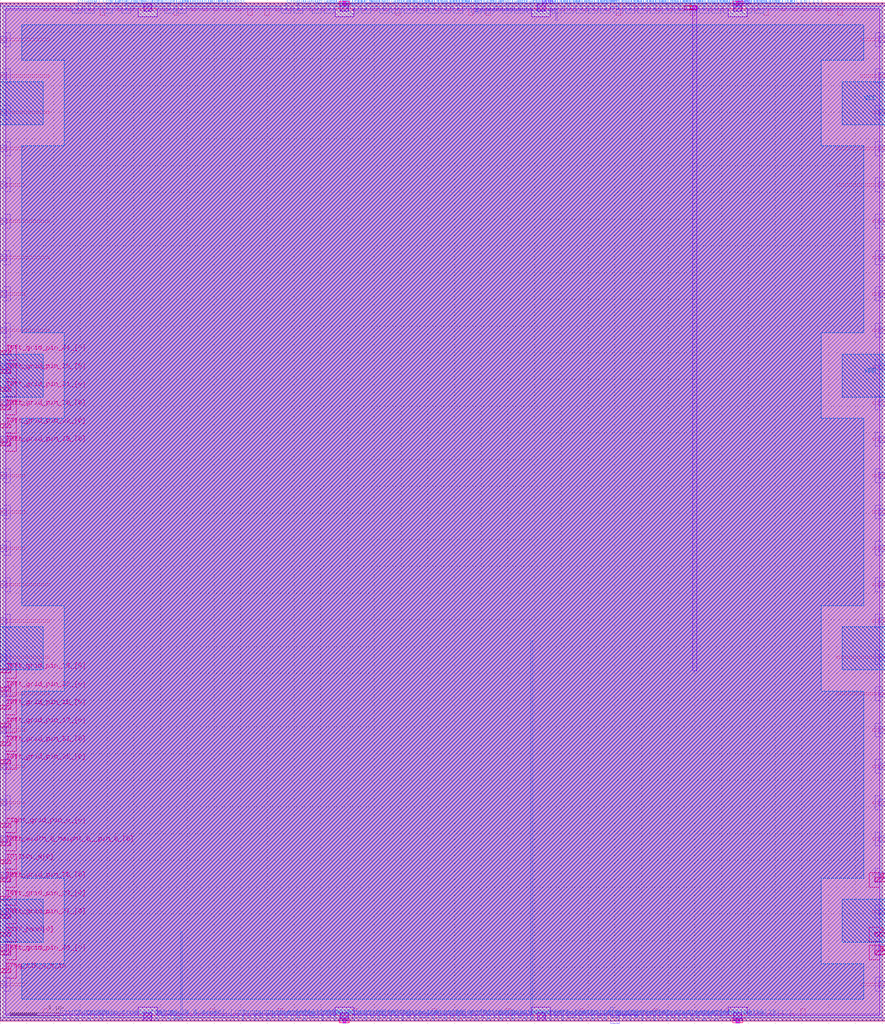
<source format=lef>
VERSION 5.7 ;
BUSBITCHARS "[]" ;

UNITS
  DATABASE MICRONS 1000 ;
END UNITS

MANUFACTURINGGRID 0.005 ;

LAYER li1
  TYPE ROUTING ;
  DIRECTION VERTICAL ;
  PITCH 0.46 ;
  WIDTH 0.17 ;
END li1

LAYER mcon
  TYPE CUT ;
END mcon

LAYER met1
  TYPE ROUTING ;
  DIRECTION HORIZONTAL ;
  PITCH 0.34 ;
  WIDTH 0.14 ;
END met1

LAYER via
  TYPE CUT ;
END via

LAYER met2
  TYPE ROUTING ;
  DIRECTION VERTICAL ;
  PITCH 0.46 ;
  WIDTH 0.14 ;
END met2

LAYER via2
  TYPE CUT ;
END via2

LAYER met3
  TYPE ROUTING ;
  DIRECTION HORIZONTAL ;
  PITCH 0.68 ;
  WIDTH 0.3 ;
END met3

LAYER via3
  TYPE CUT ;
END via3

LAYER met4
  TYPE ROUTING ;
  DIRECTION VERTICAL ;
  PITCH 0.92 ;
  WIDTH 0.3 ;
END met4

LAYER via4
  TYPE CUT ;
END via4

LAYER met5
  TYPE ROUTING ;
  DIRECTION HORIZONTAL ;
  PITCH 3.4 ;
  WIDTH 1.6 ;
END met5

LAYER nwell
  TYPE MASTERSLICE ;
END nwell

LAYER pwell
  TYPE MASTERSLICE ;
END pwell

LAYER OVERLAP
  TYPE OVERLAP ;
END OVERLAP

VIA L1M1_PR
  LAYER li1 ;
    RECT -0.085 -0.085 0.085 0.085 ;
  LAYER mcon ;
    RECT -0.085 -0.085 0.085 0.085 ;
  LAYER met1 ;
    RECT -0.145 -0.115 0.145 0.115 ;
END L1M1_PR

VIA L1M1_PR_R
  LAYER li1 ;
    RECT -0.085 -0.085 0.085 0.085 ;
  LAYER mcon ;
    RECT -0.085 -0.085 0.085 0.085 ;
  LAYER met1 ;
    RECT -0.115 -0.145 0.115 0.145 ;
END L1M1_PR_R

VIA L1M1_PR_M
  LAYER li1 ;
    RECT -0.085 -0.085 0.085 0.085 ;
  LAYER mcon ;
    RECT -0.085 -0.085 0.085 0.085 ;
  LAYER met1 ;
    RECT -0.115 -0.145 0.115 0.145 ;
END L1M1_PR_M

VIA L1M1_PR_MR
  LAYER li1 ;
    RECT -0.085 -0.085 0.085 0.085 ;
  LAYER mcon ;
    RECT -0.085 -0.085 0.085 0.085 ;
  LAYER met1 ;
    RECT -0.145 -0.115 0.145 0.115 ;
END L1M1_PR_MR

VIA L1M1_PR_C
  LAYER li1 ;
    RECT -0.085 -0.085 0.085 0.085 ;
  LAYER mcon ;
    RECT -0.085 -0.085 0.085 0.085 ;
  LAYER met1 ;
    RECT -0.145 -0.145 0.145 0.145 ;
END L1M1_PR_C

VIA M1M2_PR
  LAYER met1 ;
    RECT -0.16 -0.13 0.16 0.13 ;
  LAYER via ;
    RECT -0.075 -0.075 0.075 0.075 ;
  LAYER met2 ;
    RECT -0.13 -0.16 0.13 0.16 ;
END M1M2_PR

VIA M1M2_PR_Enc
  LAYER met1 ;
    RECT -0.16 -0.13 0.16 0.13 ;
  LAYER via ;
    RECT -0.075 -0.075 0.075 0.075 ;
  LAYER met2 ;
    RECT -0.16 -0.13 0.16 0.13 ;
END M1M2_PR_Enc

VIA M1M2_PR_R
  LAYER met1 ;
    RECT -0.13 -0.16 0.13 0.16 ;
  LAYER via ;
    RECT -0.075 -0.075 0.075 0.075 ;
  LAYER met2 ;
    RECT -0.16 -0.13 0.16 0.13 ;
END M1M2_PR_R

VIA M1M2_PR_R_Enc
  LAYER met1 ;
    RECT -0.13 -0.16 0.13 0.16 ;
  LAYER via ;
    RECT -0.075 -0.075 0.075 0.075 ;
  LAYER met2 ;
    RECT -0.13 -0.16 0.13 0.16 ;
END M1M2_PR_R_Enc

VIA M1M2_PR_M
  LAYER met1 ;
    RECT -0.16 -0.13 0.16 0.13 ;
  LAYER via ;
    RECT -0.075 -0.075 0.075 0.075 ;
  LAYER met2 ;
    RECT -0.16 -0.13 0.16 0.13 ;
END M1M2_PR_M

VIA M1M2_PR_M_Enc
  LAYER met1 ;
    RECT -0.16 -0.13 0.16 0.13 ;
  LAYER via ;
    RECT -0.075 -0.075 0.075 0.075 ;
  LAYER met2 ;
    RECT -0.13 -0.16 0.13 0.16 ;
END M1M2_PR_M_Enc

VIA M1M2_PR_MR
  LAYER met1 ;
    RECT -0.13 -0.16 0.13 0.16 ;
  LAYER via ;
    RECT -0.075 -0.075 0.075 0.075 ;
  LAYER met2 ;
    RECT -0.13 -0.16 0.13 0.16 ;
END M1M2_PR_MR

VIA M1M2_PR_MR_Enc
  LAYER met1 ;
    RECT -0.13 -0.16 0.13 0.16 ;
  LAYER via ;
    RECT -0.075 -0.075 0.075 0.075 ;
  LAYER met2 ;
    RECT -0.16 -0.13 0.16 0.13 ;
END M1M2_PR_MR_Enc

VIA M1M2_PR_C
  LAYER met1 ;
    RECT -0.16 -0.16 0.16 0.16 ;
  LAYER via ;
    RECT -0.075 -0.075 0.075 0.075 ;
  LAYER met2 ;
    RECT -0.16 -0.16 0.16 0.16 ;
END M1M2_PR_C

VIA M2M3_PR
  LAYER met2 ;
    RECT -0.14 -0.185 0.14 0.185 ;
  LAYER via2 ;
    RECT -0.1 -0.1 0.1 0.1 ;
  LAYER met3 ;
    RECT -0.165 -0.165 0.165 0.165 ;
END M2M3_PR

VIA M2M3_PR_R
  LAYER met2 ;
    RECT -0.185 -0.14 0.185 0.14 ;
  LAYER via2 ;
    RECT -0.1 -0.1 0.1 0.1 ;
  LAYER met3 ;
    RECT -0.165 -0.165 0.165 0.165 ;
END M2M3_PR_R

VIA M2M3_PR_M
  LAYER met2 ;
    RECT -0.14 -0.185 0.14 0.185 ;
  LAYER via2 ;
    RECT -0.1 -0.1 0.1 0.1 ;
  LAYER met3 ;
    RECT -0.165 -0.165 0.165 0.165 ;
END M2M3_PR_M

VIA M2M3_PR_MR
  LAYER met2 ;
    RECT -0.185 -0.14 0.185 0.14 ;
  LAYER via2 ;
    RECT -0.1 -0.1 0.1 0.1 ;
  LAYER met3 ;
    RECT -0.165 -0.165 0.165 0.165 ;
END M2M3_PR_MR

VIA M2M3_PR_C
  LAYER met2 ;
    RECT -0.185 -0.185 0.185 0.185 ;
  LAYER via2 ;
    RECT -0.1 -0.1 0.1 0.1 ;
  LAYER met3 ;
    RECT -0.165 -0.165 0.165 0.165 ;
END M2M3_PR_C

VIA M3M4_PR
  LAYER met3 ;
    RECT -0.19 -0.16 0.19 0.16 ;
  LAYER via3 ;
    RECT -0.1 -0.1 0.1 0.1 ;
  LAYER met4 ;
    RECT -0.165 -0.165 0.165 0.165 ;
END M3M4_PR

VIA M3M4_PR_R
  LAYER met3 ;
    RECT -0.16 -0.19 0.16 0.19 ;
  LAYER via3 ;
    RECT -0.1 -0.1 0.1 0.1 ;
  LAYER met4 ;
    RECT -0.165 -0.165 0.165 0.165 ;
END M3M4_PR_R

VIA M3M4_PR_M
  LAYER met3 ;
    RECT -0.19 -0.16 0.19 0.16 ;
  LAYER via3 ;
    RECT -0.1 -0.1 0.1 0.1 ;
  LAYER met4 ;
    RECT -0.165 -0.165 0.165 0.165 ;
END M3M4_PR_M

VIA M3M4_PR_MR
  LAYER met3 ;
    RECT -0.16 -0.19 0.16 0.19 ;
  LAYER via3 ;
    RECT -0.1 -0.1 0.1 0.1 ;
  LAYER met4 ;
    RECT -0.165 -0.165 0.165 0.165 ;
END M3M4_PR_MR

VIA M3M4_PR_C
  LAYER met3 ;
    RECT -0.19 -0.19 0.19 0.19 ;
  LAYER via3 ;
    RECT -0.1 -0.1 0.1 0.1 ;
  LAYER met4 ;
    RECT -0.165 -0.165 0.165 0.165 ;
END M3M4_PR_C

VIA M4M5_PR
  LAYER met4 ;
    RECT -0.59 -0.59 0.59 0.59 ;
  LAYER via4 ;
    RECT -0.4 -0.4 0.4 0.4 ;
  LAYER met5 ;
    RECT -0.71 -0.71 0.71 0.71 ;
END M4M5_PR

VIA M4M5_PR_R
  LAYER met4 ;
    RECT -0.59 -0.59 0.59 0.59 ;
  LAYER via4 ;
    RECT -0.4 -0.4 0.4 0.4 ;
  LAYER met5 ;
    RECT -0.71 -0.71 0.71 0.71 ;
END M4M5_PR_R

VIA M4M5_PR_M
  LAYER met4 ;
    RECT -0.59 -0.59 0.59 0.59 ;
  LAYER via4 ;
    RECT -0.4 -0.4 0.4 0.4 ;
  LAYER met5 ;
    RECT -0.71 -0.71 0.71 0.71 ;
END M4M5_PR_M

VIA M4M5_PR_MR
  LAYER met4 ;
    RECT -0.59 -0.59 0.59 0.59 ;
  LAYER via4 ;
    RECT -0.4 -0.4 0.4 0.4 ;
  LAYER met5 ;
    RECT -0.71 -0.71 0.71 0.71 ;
END M4M5_PR_MR

VIA M4M5_PR_C
  LAYER met4 ;
    RECT -0.59 -0.59 0.59 0.59 ;
  LAYER via4 ;
    RECT -0.4 -0.4 0.4 0.4 ;
  LAYER met5 ;
    RECT -0.71 -0.71 0.71 0.71 ;
END M4M5_PR_C

SITE unit
  CLASS CORE ;
  SYMMETRY Y ;
  SIZE 0.46 BY 2.72 ;
END unit

SITE unithddbl
  CLASS CORE ;
  SIZE 0.46 BY 5.44 ;
END unithddbl

MACRO cby_2__1_
  CLASS BLOCK ;
  ORIGIN 0 0 ;
  SIZE 66.24 BY 76.16 ;
  SYMMETRY X Y ;
  PIN chany_bottom_in[0]
    DIRECTION INPUT ;
    USE SIGNAL ;
    PORT
      LAYER met2 ;
        RECT 50.76 0 50.9 0.485 ;
    END
  END chany_bottom_in[0]
  PIN chany_bottom_in[1]
    DIRECTION INPUT ;
    USE SIGNAL ;
    PORT
      LAYER met2 ;
        RECT 18.1 0 18.24 0.485 ;
    END
  END chany_bottom_in[1]
  PIN chany_bottom_in[2]
    DIRECTION INPUT ;
    USE SIGNAL ;
    PORT
      LAYER met2 ;
        RECT 49.84 0 49.98 0.485 ;
    END
  END chany_bottom_in[2]
  PIN chany_bottom_in[3]
    DIRECTION INPUT ;
    USE SIGNAL ;
    PORT
      LAYER met2 ;
        RECT 51.68 0 51.82 0.485 ;
    END
  END chany_bottom_in[3]
  PIN chany_bottom_in[4]
    DIRECTION INPUT ;
    USE SIGNAL ;
    PORT
      LAYER met2 ;
        RECT 34.2 0 34.34 0.485 ;
    END
  END chany_bottom_in[4]
  PIN chany_bottom_in[5]
    DIRECTION INPUT ;
    USE SIGNAL ;
    PORT
      LAYER met2 ;
        RECT 20.86 0 21 0.485 ;
    END
  END chany_bottom_in[5]
  PIN chany_bottom_in[6]
    DIRECTION INPUT ;
    USE SIGNAL ;
    PORT
      LAYER met2 ;
        RECT 29.14 0 29.28 0.485 ;
    END
  END chany_bottom_in[6]
  PIN chany_bottom_in[7]
    DIRECTION INPUT ;
    USE SIGNAL ;
    PORT
      LAYER met2 ;
        RECT 52.6 0 52.74 0.485 ;
    END
  END chany_bottom_in[7]
  PIN chany_bottom_in[8]
    DIRECTION INPUT ;
    USE SIGNAL ;
    PORT
      LAYER met2 ;
        RECT 41.1 0 41.24 0.485 ;
    END
  END chany_bottom_in[8]
  PIN chany_bottom_in[9]
    DIRECTION INPUT ;
    USE SIGNAL ;
    PORT
      LAYER met2 ;
        RECT 30.06 0 30.2 0.485 ;
    END
  END chany_bottom_in[9]
  PIN chany_bottom_in[10]
    DIRECTION INPUT ;
    USE SIGNAL ;
    PORT
      LAYER met2 ;
        RECT 21.78 0 21.92 0.485 ;
    END
  END chany_bottom_in[10]
  PIN chany_bottom_in[11]
    DIRECTION INPUT ;
    USE SIGNAL ;
    PORT
      LAYER met2 ;
        RECT 35.58 0 35.72 0.485 ;
    END
  END chany_bottom_in[11]
  PIN chany_bottom_in[12]
    DIRECTION INPUT ;
    USE SIGNAL ;
    PORT
      LAYER met2 ;
        RECT 12.58 0 12.72 0.485 ;
    END
  END chany_bottom_in[12]
  PIN chany_bottom_in[13]
    DIRECTION INPUT ;
    USE SIGNAL ;
    PORT
      LAYER met2 ;
        RECT 53.52 0 53.66 0.485 ;
    END
  END chany_bottom_in[13]
  PIN chany_bottom_in[14]
    DIRECTION INPUT ;
    USE SIGNAL ;
    PORT
      LAYER met2 ;
        RECT 25 0 25.14 0.485 ;
    END
  END chany_bottom_in[14]
  PIN chany_bottom_in[15]
    DIRECTION INPUT ;
    USE SIGNAL ;
    PORT
      LAYER met2 ;
        RECT 24.08 0 24.22 0.485 ;
    END
  END chany_bottom_in[15]
  PIN chany_bottom_in[16]
    DIRECTION INPUT ;
    USE SIGNAL ;
    PORT
      LAYER met2 ;
        RECT 6.6 0 6.74 0.485 ;
    END
  END chany_bottom_in[16]
  PIN chany_bottom_in[17]
    DIRECTION INPUT ;
    USE SIGNAL ;
    PORT
      LAYER met2 ;
        RECT 46.16 0 46.3 0.485 ;
    END
  END chany_bottom_in[17]
  PIN chany_bottom_in[18]
    DIRECTION INPUT ;
    USE SIGNAL ;
    PORT
      LAYER met2 ;
        RECT 7.52 0 7.66 0.485 ;
    END
  END chany_bottom_in[18]
  PIN chany_bottom_in[19]
    DIRECTION INPUT ;
    USE SIGNAL ;
    PORT
      LAYER met2 ;
        RECT 45.24 0 45.38 0.485 ;
    END
  END chany_bottom_in[19]
  PIN chany_top_in[0]
    DIRECTION INPUT ;
    USE SIGNAL ;
    PORT
      LAYER met2 ;
        RECT 12.58 75.675 12.72 76.16 ;
    END
  END chany_top_in[0]
  PIN chany_top_in[1]
    DIRECTION INPUT ;
    USE SIGNAL ;
    PORT
      LAYER met2 ;
        RECT 48.92 75.675 49.06 76.16 ;
    END
  END chany_top_in[1]
  PIN chany_top_in[2]
    DIRECTION INPUT ;
    USE SIGNAL ;
    PORT
      LAYER met2 ;
        RECT 5.68 75.675 5.82 76.16 ;
    END
  END chany_top_in[2]
  PIN chany_top_in[3]
    DIRECTION INPUT ;
    USE SIGNAL ;
    PORT
      LAYER met2 ;
        RECT 36.5 75.675 36.64 76.16 ;
    END
  END chany_top_in[3]
  PIN chany_top_in[4]
    DIRECTION INPUT ;
    USE SIGNAL ;
    PORT
      LAYER met2 ;
        RECT 39.72 75.675 39.86 76.16 ;
    END
  END chany_top_in[4]
  PIN chany_top_in[5]
    DIRECTION INPUT ;
    USE SIGNAL ;
    PORT
      LAYER met2 ;
        RECT 23.62 75.675 23.76 76.16 ;
    END
  END chany_top_in[5]
  PIN chany_top_in[6]
    DIRECTION INPUT ;
    USE SIGNAL ;
    PORT
      LAYER met2 ;
        RECT 41.56 75.675 41.7 76.16 ;
    END
  END chany_top_in[6]
  PIN chany_top_in[7]
    DIRECTION INPUT ;
    USE SIGNAL ;
    PORT
      LAYER met2 ;
        RECT 42.48 75.675 42.62 76.16 ;
    END
  END chany_top_in[7]
  PIN chany_top_in[8]
    DIRECTION INPUT ;
    USE SIGNAL ;
    PORT
      LAYER met2 ;
        RECT 33.28 75.675 33.42 76.16 ;
    END
  END chany_top_in[8]
  PIN chany_top_in[9]
    DIRECTION INPUT ;
    USE SIGNAL ;
    PORT
      LAYER met2 ;
        RECT 24.54 75.675 24.68 76.16 ;
    END
  END chany_top_in[9]
  PIN chany_top_in[10]
    DIRECTION INPUT ;
    USE SIGNAL ;
    PORT
      LAYER met2 ;
        RECT 9.36 75.675 9.5 76.16 ;
    END
  END chany_top_in[10]
  PIN chany_top_in[11]
    DIRECTION INPUT ;
    USE SIGNAL ;
    PORT
      LAYER met2 ;
        RECT 35.58 75.675 35.72 76.16 ;
    END
  END chany_top_in[11]
  PIN chany_top_in[12]
    DIRECTION INPUT ;
    USE SIGNAL ;
    PORT
      LAYER met2 ;
        RECT 34.2 75.675 34.34 76.16 ;
    END
  END chany_top_in[12]
  PIN chany_top_in[13]
    DIRECTION INPUT ;
    USE SIGNAL ;
    PORT
      LAYER met2 ;
        RECT 56.74 75.675 56.88 76.16 ;
    END
  END chany_top_in[13]
  PIN chany_top_in[14]
    DIRECTION INPUT ;
    USE SIGNAL ;
    PORT
      LAYER met2 ;
        RECT 30.52 75.675 30.66 76.16 ;
    END
  END chany_top_in[14]
  PIN chany_top_in[15]
    DIRECTION INPUT ;
    USE SIGNAL ;
    PORT
      LAYER met2 ;
        RECT 32.36 75.675 32.5 76.16 ;
    END
  END chany_top_in[15]
  PIN chany_top_in[16]
    DIRECTION INPUT ;
    USE SIGNAL ;
    PORT
      LAYER met2 ;
        RECT 22.24 75.675 22.38 76.16 ;
    END
  END chany_top_in[16]
  PIN chany_top_in[17]
    DIRECTION INPUT ;
    USE SIGNAL ;
    PORT
      LAYER met2 ;
        RECT 47.08 75.675 47.22 76.16 ;
    END
  END chany_top_in[17]
  PIN chany_top_in[18]
    DIRECTION INPUT ;
    USE SIGNAL ;
    PORT
      LAYER met2 ;
        RECT 7.98 75.675 8.12 76.16 ;
    END
  END chany_top_in[18]
  PIN chany_top_in[19]
    DIRECTION INPUT ;
    USE SIGNAL ;
    PORT
      LAYER met2 ;
        RECT 46.16 75.675 46.3 76.16 ;
    END
  END chany_top_in[19]
  PIN ccff_head[0]
    DIRECTION INPUT ;
    USE SIGNAL ;
    PORT
      LAYER met3 ;
        RECT 0 6.31 0.8 6.61 ;
    END
  END ccff_head[0]
  PIN chany_bottom_out[0]
    DIRECTION OUTPUT ;
    USE SIGNAL ;
    PORT
      LAYER met2 ;
        RECT 30.98 0 31.12 0.485 ;
    END
  END chany_bottom_out[0]
  PIN chany_bottom_out[1]
    DIRECTION OUTPUT ;
    USE SIGNAL ;
    PORT
      LAYER met2 ;
        RECT 33.28 0 33.42 0.485 ;
    END
  END chany_bottom_out[1]
  PIN chany_bottom_out[2]
    DIRECTION OUTPUT ;
    USE SIGNAL ;
    PORT
      LAYER met2 ;
        RECT 39.26 0 39.4 0.485 ;
    END
  END chany_bottom_out[2]
  PIN chany_bottom_out[3]
    DIRECTION OUTPUT ;
    USE SIGNAL ;
    PORT
      LAYER met2 ;
        RECT 44.32 0 44.46 0.485 ;
    END
  END chany_bottom_out[3]
  PIN chany_bottom_out[4]
    DIRECTION OUTPUT ;
    USE SIGNAL ;
    PORT
      LAYER met2 ;
        RECT 37.42 0 37.56 0.485 ;
    END
  END chany_bottom_out[4]
  PIN chany_bottom_out[5]
    DIRECTION OUTPUT ;
    USE SIGNAL ;
    PORT
      LAYER met2 ;
        RECT 42.02 0 42.16 0.485 ;
    END
  END chany_bottom_out[5]
  PIN chany_bottom_out[6]
    DIRECTION OUTPUT ;
    USE SIGNAL ;
    PORT
      LAYER met2 ;
        RECT 26.38 0 26.52 0.485 ;
    END
  END chany_bottom_out[6]
  PIN chany_bottom_out[7]
    DIRECTION OUTPUT ;
    USE SIGNAL ;
    PORT
      LAYER met2 ;
        RECT 27.3 0 27.44 0.485 ;
    END
  END chany_bottom_out[7]
  PIN chany_bottom_out[8]
    DIRECTION OUTPUT ;
    USE SIGNAL ;
    PORT
      LAYER met2 ;
        RECT 19.94 0 20.08 0.485 ;
    END
  END chany_bottom_out[8]
  PIN chany_bottom_out[9]
    DIRECTION OUTPUT ;
    USE SIGNAL ;
    PORT
      LAYER met2 ;
        RECT 40.18 0 40.32 0.485 ;
    END
  END chany_bottom_out[9]
  PIN chany_bottom_out[10]
    DIRECTION OUTPUT ;
    USE SIGNAL ;
    PORT
      LAYER met2 ;
        RECT 38.34 0 38.48 0.485 ;
    END
  END chany_bottom_out[10]
  PIN chany_bottom_out[11]
    DIRECTION OUTPUT ;
    USE SIGNAL ;
    PORT
      LAYER met2 ;
        RECT 48.92 0 49.06 0.485 ;
    END
  END chany_bottom_out[11]
  PIN chany_bottom_out[12]
    DIRECTION OUTPUT ;
    USE SIGNAL ;
    PORT
      LAYER met2 ;
        RECT 36.5 0 36.64 0.485 ;
    END
  END chany_bottom_out[12]
  PIN chany_bottom_out[13]
    DIRECTION OUTPUT ;
    USE SIGNAL ;
    PORT
      LAYER met2 ;
        RECT 47.08 0 47.22 0.485 ;
    END
  END chany_bottom_out[13]
  PIN chany_bottom_out[14]
    DIRECTION OUTPUT ;
    USE SIGNAL ;
    PORT
      LAYER met2 ;
        RECT 28.22 0 28.36 0.485 ;
    END
  END chany_bottom_out[14]
  PIN chany_bottom_out[15]
    DIRECTION OUTPUT ;
    USE SIGNAL ;
    PORT
      LAYER met2 ;
        RECT 32.36 0 32.5 0.485 ;
    END
  END chany_bottom_out[15]
  PIN chany_bottom_out[16]
    DIRECTION OUTPUT ;
    USE SIGNAL ;
    PORT
      LAYER met2 ;
        RECT 22.7 0 22.84 0.485 ;
    END
  END chany_bottom_out[16]
  PIN chany_bottom_out[17]
    DIRECTION OUTPUT ;
    USE SIGNAL ;
    PORT
      LAYER met2 ;
        RECT 48 0 48.14 0.485 ;
    END
  END chany_bottom_out[17]
  PIN chany_bottom_out[18]
    DIRECTION OUTPUT ;
    USE SIGNAL ;
    PORT
      LAYER met2 ;
        RECT 19.02 0 19.16 0.485 ;
    END
  END chany_bottom_out[18]
  PIN chany_bottom_out[19]
    DIRECTION OUTPUT ;
    USE SIGNAL ;
    PORT
      LAYER met2 ;
        RECT 43.4 0 43.54 0.485 ;
    END
  END chany_bottom_out[19]
  PIN chany_top_out[0]
    DIRECTION OUTPUT ;
    USE SIGNAL ;
    PORT
      LAYER met2 ;
        RECT 44.32 75.675 44.46 76.16 ;
    END
  END chany_top_out[0]
  PIN chany_top_out[1]
    DIRECTION OUTPUT ;
    USE SIGNAL ;
    PORT
      LAYER met2 ;
        RECT 55.82 75.675 55.96 76.16 ;
    END
  END chany_top_out[1]
  PIN chany_top_out[2]
    DIRECTION OUTPUT ;
    USE SIGNAL ;
    PORT
      LAYER met2 ;
        RECT 31.44 75.675 31.58 76.16 ;
    END
  END chany_top_out[2]
  PIN chany_top_out[3]
    DIRECTION OUTPUT ;
    USE SIGNAL ;
    PORT
      LAYER met2 ;
        RECT 54.44 75.675 54.58 76.16 ;
    END
  END chany_top_out[3]
  PIN chany_top_out[4]
    DIRECTION OUTPUT ;
    USE SIGNAL ;
    PORT
      LAYER met2 ;
        RECT 38.8 75.675 38.94 76.16 ;
    END
  END chany_top_out[4]
  PIN chany_top_out[5]
    DIRECTION OUTPUT ;
    USE SIGNAL ;
    PORT
      LAYER met2 ;
        RECT 50.76 75.675 50.9 76.16 ;
    END
  END chany_top_out[5]
  PIN chany_top_out[6]
    DIRECTION OUTPUT ;
    USE SIGNAL ;
    PORT
      LAYER met2 ;
        RECT 29.6 75.675 29.74 76.16 ;
    END
  END chany_top_out[6]
  PIN chany_top_out[7]
    DIRECTION OUTPUT ;
    USE SIGNAL ;
    PORT
      LAYER met2 ;
        RECT 48 75.675 48.14 76.16 ;
    END
  END chany_top_out[7]
  PIN chany_top_out[8]
    DIRECTION OUTPUT ;
    USE SIGNAL ;
    PORT
      LAYER met2 ;
        RECT 37.88 75.675 38.02 76.16 ;
    END
  END chany_top_out[8]
  PIN chany_top_out[9]
    DIRECTION OUTPUT ;
    USE SIGNAL ;
    PORT
      LAYER met2 ;
        RECT 43.4 75.675 43.54 76.16 ;
    END
  END chany_top_out[9]
  PIN chany_top_out[10]
    DIRECTION OUTPUT ;
    USE SIGNAL ;
    PORT
      LAYER met2 ;
        RECT 26.38 75.675 26.52 76.16 ;
    END
  END chany_top_out[10]
  PIN chany_top_out[11]
    DIRECTION OUTPUT ;
    USE SIGNAL ;
    PORT
      LAYER met2 ;
        RECT 45.24 75.675 45.38 76.16 ;
    END
  END chany_top_out[11]
  PIN chany_top_out[12]
    DIRECTION OUTPUT ;
    USE SIGNAL ;
    PORT
      LAYER met2 ;
        RECT 49.84 75.675 49.98 76.16 ;
    END
  END chany_top_out[12]
  PIN chany_top_out[13]
    DIRECTION OUTPUT ;
    USE SIGNAL ;
    PORT
      LAYER met2 ;
        RECT 52.6 75.675 52.74 76.16 ;
    END
  END chany_top_out[13]
  PIN chany_top_out[14]
    DIRECTION OUTPUT ;
    USE SIGNAL ;
    PORT
      LAYER met2 ;
        RECT 28.68 75.675 28.82 76.16 ;
    END
  END chany_top_out[14]
  PIN chany_top_out[15]
    DIRECTION OUTPUT ;
    USE SIGNAL ;
    PORT
      LAYER met2 ;
        RECT 40.64 75.675 40.78 76.16 ;
    END
  END chany_top_out[15]
  PIN chany_top_out[16]
    DIRECTION OUTPUT ;
    USE SIGNAL ;
    PORT
      LAYER met2 ;
        RECT 21.32 75.675 21.46 76.16 ;
    END
  END chany_top_out[16]
  PIN chany_top_out[17]
    DIRECTION OUTPUT ;
    USE SIGNAL ;
    PORT
      LAYER met2 ;
        RECT 51.68 75.675 51.82 76.16 ;
    END
  END chany_top_out[17]
  PIN chany_top_out[18]
    DIRECTION OUTPUT ;
    USE SIGNAL ;
    PORT
      LAYER met2 ;
        RECT 27.3 75.675 27.44 76.16 ;
    END
  END chany_top_out[18]
  PIN chany_top_out[19]
    DIRECTION OUTPUT ;
    USE SIGNAL ;
    PORT
      LAYER met2 ;
        RECT 53.52 75.675 53.66 76.16 ;
    END
  END chany_top_out[19]
  PIN right_grid_pin_0_[0]
    DIRECTION OUTPUT ;
    USE SIGNAL ;
    PORT
      LAYER met3 ;
        RECT 0 14.47 0.8 14.77 ;
    END
  END right_grid_pin_0_[0]
  PIN left_grid_pin_16_[0]
    DIRECTION OUTPUT ;
    USE SIGNAL ;
    PORT
      LAYER met3 ;
        RECT 0 26.03 0.8 26.33 ;
    END
  END left_grid_pin_16_[0]
  PIN left_grid_pin_17_[0]
    DIRECTION OUTPUT ;
    USE SIGNAL ;
    PORT
      LAYER met3 ;
        RECT 0 21.95 0.8 22.25 ;
    END
  END left_grid_pin_17_[0]
  PIN left_grid_pin_18_[0]
    DIRECTION OUTPUT ;
    USE SIGNAL ;
    PORT
      LAYER met3 ;
        RECT 0 23.31 0.8 23.61 ;
    END
  END left_grid_pin_18_[0]
  PIN left_grid_pin_19_[0]
    DIRECTION OUTPUT ;
    USE SIGNAL ;
    PORT
      LAYER met3 ;
        RECT 0 43.03 0.8 43.33 ;
    END
  END left_grid_pin_19_[0]
  PIN left_grid_pin_20_[0]
    DIRECTION OUTPUT ;
    USE SIGNAL ;
    PORT
      LAYER met3 ;
        RECT 0 45.75 0.8 46.05 ;
    END
  END left_grid_pin_20_[0]
  PIN left_grid_pin_21_[0]
    DIRECTION OUTPUT ;
    USE SIGNAL ;
    PORT
      LAYER met3 ;
        RECT 0 47.11 0.8 47.41 ;
    END
  END left_grid_pin_21_[0]
  PIN left_grid_pin_22_[0]
    DIRECTION OUTPUT ;
    USE SIGNAL ;
    PORT
      LAYER met3 ;
        RECT 0 44.39 0.8 44.69 ;
    END
  END left_grid_pin_22_[0]
  PIN left_grid_pin_23_[0]
    DIRECTION OUTPUT ;
    USE SIGNAL ;
    PORT
      LAYER met3 ;
        RECT 0 24.67 0.8 24.97 ;
    END
  END left_grid_pin_23_[0]
  PIN left_grid_pin_24_[0]
    DIRECTION OUTPUT ;
    USE SIGNAL ;
    PORT
      LAYER met3 ;
        RECT 0 49.83 0.8 50.13 ;
    END
  END left_grid_pin_24_[0]
  PIN left_grid_pin_25_[0]
    DIRECTION OUTPUT ;
    USE SIGNAL ;
    PORT
      LAYER met3 ;
        RECT 0 19.23 0.8 19.53 ;
    END
  END left_grid_pin_25_[0]
  PIN left_grid_pin_26_[0]
    DIRECTION OUTPUT ;
    USE SIGNAL ;
    PORT
      LAYER met3 ;
        RECT 0 4.95 0.8 5.25 ;
    END
  END left_grid_pin_26_[0]
  PIN left_grid_pin_27_[0]
    DIRECTION OUTPUT ;
    USE SIGNAL ;
    PORT
      LAYER met3 ;
        RECT 0 7.67 0.8 7.97 ;
    END
  END left_grid_pin_27_[0]
  PIN left_grid_pin_28_[0]
    DIRECTION OUTPUT ;
    USE SIGNAL ;
    PORT
      LAYER met3 ;
        RECT 0 10.39 0.8 10.69 ;
    END
  END left_grid_pin_28_[0]
  PIN left_grid_pin_29_[0]
    DIRECTION OUTPUT ;
    USE SIGNAL ;
    PORT
      LAYER met3 ;
        RECT 0 9.03 0.8 9.33 ;
    END
  END left_grid_pin_29_[0]
  PIN left_grid_pin_30_[0]
    DIRECTION OUTPUT ;
    USE SIGNAL ;
    PORT
      LAYER met3 ;
        RECT 0 48.47 0.8 48.77 ;
    END
  END left_grid_pin_30_[0]
  PIN left_grid_pin_31_[0]
    DIRECTION OUTPUT ;
    USE SIGNAL ;
    PORT
      LAYER met3 ;
        RECT 0 20.59 0.8 20.89 ;
    END
  END left_grid_pin_31_[0]
  PIN ccff_tail[0]
    DIRECTION OUTPUT ;
    USE SIGNAL ;
    PORT
      LAYER met2 ;
        RECT 4.76 0 4.9 0.485 ;
    END
  END ccff_tail[0]
  PIN IO_ISOL_N[0]
    DIRECTION INPUT ;
    USE SIGNAL ;
    PORT
      LAYER met3 ;
        RECT 0 11.75 0.8 12.05 ;
    END
  END IO_ISOL_N[0]
  PIN gfpga_pad_EMBEDDED_IO_HD_SOC_IN[0]
    DIRECTION INPUT ;
    USE SIGNAL ;
    PORT
      LAYER met3 ;
        RECT 65.44 10.39 66.24 10.69 ;
    END
  END gfpga_pad_EMBEDDED_IO_HD_SOC_IN[0]
  PIN gfpga_pad_EMBEDDED_IO_HD_SOC_OUT[0]
    DIRECTION OUTPUT ;
    USE SIGNAL ;
    PORT
      LAYER met3 ;
        RECT 65.44 6.31 66.24 6.61 ;
    END
  END gfpga_pad_EMBEDDED_IO_HD_SOC_OUT[0]
  PIN gfpga_pad_EMBEDDED_IO_HD_SOC_DIR[0]
    DIRECTION OUTPUT ;
    USE SIGNAL ;
    PORT
      LAYER met3 ;
        RECT 65.44 4.95 66.24 5.25 ;
    END
  END gfpga_pad_EMBEDDED_IO_HD_SOC_DIR[0]
  PIN left_width_0_height_0__pin_0_[0]
    DIRECTION INPUT ;
    USE SIGNAL ;
    PORT
      LAYER met3 ;
        RECT 0 13.11 0.8 13.41 ;
    END
  END left_width_0_height_0__pin_0_[0]
  PIN left_width_0_height_0__pin_1_upper[0]
    DIRECTION OUTPUT ;
    USE SIGNAL ;
    PORT
      LAYER met2 ;
        RECT 6.6 75.675 6.74 76.16 ;
    END
  END left_width_0_height_0__pin_1_upper[0]
  PIN left_width_0_height_0__pin_1_lower[0]
    DIRECTION OUTPUT ;
    USE SIGNAL ;
    PORT
      LAYER met2 ;
        RECT 5.68 0 5.82 0.485 ;
    END
  END left_width_0_height_0__pin_1_lower[0]
  PIN prog_clk_0_W_in
    DIRECTION INPUT ;
    USE CLOCK ;
    PORT
      LAYER met3 ;
        RECT 0 3.59 0.8 3.89 ;
    END
  END prog_clk_0_W_in
  PIN prog_clk_0_S_out
    DIRECTION OUTPUT ;
    USE CLOCK ;
    PORT
      LAYER met2 ;
        RECT 11.66 0 11.8 0.485 ;
    END
  END prog_clk_0_S_out
  PIN prog_clk_0_N_out
    DIRECTION OUTPUT ;
    USE CLOCK ;
    PORT
      LAYER met2 ;
        RECT 13.5 75.675 13.64 76.16 ;
    END
  END prog_clk_0_N_out
  PIN VDD
    DIRECTION INPUT ;
    USE POWER ;
    PORT
      LAYER met1 ;
        RECT 0 2.48 0.48 2.96 ;
        RECT 65.76 2.48 66.24 2.96 ;
        RECT 0 7.92 0.48 8.4 ;
        RECT 65.76 7.92 66.24 8.4 ;
        RECT 0 13.36 0.48 13.84 ;
        RECT 65.76 13.36 66.24 13.84 ;
        RECT 0 18.8 0.48 19.28 ;
        RECT 65.76 18.8 66.24 19.28 ;
        RECT 0 24.24 0.48 24.72 ;
        RECT 65.76 24.24 66.24 24.72 ;
        RECT 0 29.68 0.48 30.16 ;
        RECT 65.76 29.68 66.24 30.16 ;
        RECT 0 35.12 0.48 35.6 ;
        RECT 65.76 35.12 66.24 35.6 ;
        RECT 0 40.56 0.48 41.04 ;
        RECT 65.76 40.56 66.24 41.04 ;
        RECT 0 46 0.48 46.48 ;
        RECT 65.76 46 66.24 46.48 ;
        RECT 0 51.44 0.48 51.92 ;
        RECT 65.76 51.44 66.24 51.92 ;
        RECT 0 56.88 0.48 57.36 ;
        RECT 65.76 56.88 66.24 57.36 ;
        RECT 0 62.32 0.48 62.8 ;
        RECT 65.76 62.32 66.24 62.8 ;
        RECT 0 67.76 0.48 68.24 ;
        RECT 65.76 67.76 66.24 68.24 ;
        RECT 0 73.2 0.48 73.68 ;
        RECT 65.76 73.2 66.24 73.68 ;
      LAYER met4 ;
        RECT 10.74 0 11.34 0.6 ;
        RECT 40.18 0 40.78 0.6 ;
        RECT 10.74 75.56 11.34 76.16 ;
        RECT 40.18 75.56 40.78 76.16 ;
      LAYER met5 ;
        RECT 0 5.88 3.2 9.08 ;
        RECT 63.04 5.88 66.24 9.08 ;
        RECT 0 46.68 3.2 49.88 ;
        RECT 63.04 46.68 66.24 49.88 ;
    END
  END VDD
  PIN VSS
    DIRECTION INPUT ;
    USE GROUND ;
    PORT
      LAYER met1 ;
        RECT 0 0 45.4 0.24 ;
        RECT 46.6 0 66.24 0.24 ;
        RECT 0 5.2 0.48 5.68 ;
        RECT 65.76 5.2 66.24 5.68 ;
        RECT 0 10.64 0.48 11.12 ;
        RECT 65.76 10.64 66.24 11.12 ;
        RECT 0 16.08 0.48 16.56 ;
        RECT 65.76 16.08 66.24 16.56 ;
        RECT 0 21.52 0.48 22 ;
        RECT 65.76 21.52 66.24 22 ;
        RECT 0 26.96 0.48 27.44 ;
        RECT 65.76 26.96 66.24 27.44 ;
        RECT 0 32.4 0.48 32.88 ;
        RECT 65.76 32.4 66.24 32.88 ;
        RECT 0 37.84 0.48 38.32 ;
        RECT 65.76 37.84 66.24 38.32 ;
        RECT 0 43.28 0.48 43.76 ;
        RECT 65.76 43.28 66.24 43.76 ;
        RECT 0 48.72 0.48 49.2 ;
        RECT 65.76 48.72 66.24 49.2 ;
        RECT 0 54.16 0.48 54.64 ;
        RECT 65.76 54.16 66.24 54.64 ;
        RECT 0 59.6 0.48 60.08 ;
        RECT 65.76 59.6 66.24 60.08 ;
        RECT 0 65.04 0.48 65.52 ;
        RECT 65.76 65.04 66.24 65.52 ;
        RECT 0 70.48 0.48 70.96 ;
        RECT 65.76 70.48 66.24 70.96 ;
        RECT 0 75.92 45.4 76.16 ;
        RECT 46.6 75.92 66.24 76.16 ;
      LAYER met4 ;
        RECT 25.46 0 26.06 0.6 ;
        RECT 54.9 0 55.5 0.6 ;
        RECT 25.46 75.56 26.06 76.16 ;
        RECT 54.9 75.56 55.5 76.16 ;
      LAYER met5 ;
        RECT 0 26.28 3.2 29.48 ;
        RECT 63.04 26.28 66.24 29.48 ;
        RECT 0 67.08 3.2 70.28 ;
        RECT 63.04 67.08 66.24 70.28 ;
    END
  END VSS
  OBS
    LAYER met2 ;
      RECT 55.06 75.975 55.34 76.345 ;
      RECT 25.62 75.975 25.9 76.345 ;
      POLYGON 39.86 28.46 39.86 0.24 39.9 0.24 39.9 0.1 39.72 0.1 39.72 28.46 ;
      POLYGON 13.64 6.7 13.64 0.1 13 0.1 13 0.24 13.5 0.24 13.5 6.7 ;
      RECT 45.64 0.69 45.9 1.01 ;
      RECT 47.48 0.35 47.74 0.67 ;
      RECT 55.06 -0.185 55.34 0.185 ;
      RECT 25.62 -0.185 25.9 0.185 ;
      POLYGON 65.96 75.88 65.96 0.28 53.94 0.28 53.94 0.765 53.24 0.765 53.24 0.28 53.02 0.28 53.02 0.765 52.32 0.765 52.32 0.28 52.1 0.28 52.1 0.765 51.4 0.765 51.4 0.28 51.18 0.28 51.18 0.765 50.48 0.765 50.48 0.28 50.26 0.28 50.26 0.765 49.56 0.765 49.56 0.28 49.34 0.28 49.34 0.765 48.64 0.765 48.64 0.28 48.42 0.28 48.42 0.765 47.72 0.765 47.72 0.28 47.5 0.28 47.5 0.765 46.8 0.765 46.8 0.28 46.58 0.28 46.58 0.765 45.88 0.765 45.88 0.28 45.66 0.28 45.66 0.765 44.96 0.765 44.96 0.28 44.74 0.28 44.74 0.765 44.04 0.765 44.04 0.28 43.82 0.28 43.82 0.765 43.12 0.765 43.12 0.28 42.44 0.28 42.44 0.765 41.74 0.765 41.74 0.28 41.52 0.28 41.52 0.765 40.82 0.765 40.82 0.28 40.6 0.28 40.6 0.765 39.9 0.765 39.9 0.28 39.68 0.28 39.68 0.765 38.98 0.765 38.98 0.28 38.76 0.28 38.76 0.765 38.06 0.765 38.06 0.28 37.84 0.28 37.84 0.765 37.14 0.765 37.14 0.28 36.92 0.28 36.92 0.765 36.22 0.765 36.22 0.28 36 0.28 36 0.765 35.3 0.765 35.3 0.28 34.62 0.28 34.62 0.765 33.92 0.765 33.92 0.28 33.7 0.28 33.7 0.765 33 0.765 33 0.28 32.78 0.28 32.78 0.765 32.08 0.765 32.08 0.28 31.4 0.28 31.4 0.765 30.7 0.765 30.7 0.28 30.48 0.28 30.48 0.765 29.78 0.765 29.78 0.28 29.56 0.28 29.56 0.765 28.86 0.765 28.86 0.28 28.64 0.28 28.64 0.765 27.94 0.765 27.94 0.28 27.72 0.28 27.72 0.765 27.02 0.765 27.02 0.28 26.8 0.28 26.8 0.765 26.1 0.765 26.1 0.28 25.42 0.28 25.42 0.765 24.72 0.765 24.72 0.28 24.5 0.28 24.5 0.765 23.8 0.765 23.8 0.28 23.12 0.28 23.12 0.765 22.42 0.765 22.42 0.28 22.2 0.28 22.2 0.765 21.5 0.765 21.5 0.28 21.28 0.28 21.28 0.765 20.58 0.765 20.58 0.28 20.36 0.28 20.36 0.765 19.66 0.765 19.66 0.28 19.44 0.28 19.44 0.765 18.74 0.765 18.74 0.28 18.52 0.28 18.52 0.765 17.82 0.765 17.82 0.28 13 0.28 13 0.765 12.3 0.765 12.3 0.28 12.08 0.28 12.08 0.765 11.38 0.765 11.38 0.28 7.94 0.28 7.94 0.765 7.24 0.765 7.24 0.28 7.02 0.28 7.02 0.765 6.32 0.765 6.32 0.28 6.1 0.28 6.1 0.765 5.4 0.765 5.4 0.28 5.18 0.28 5.18 0.765 4.48 0.765 4.48 0.28 0.28 0.28 0.28 75.88 5.4 75.88 5.4 75.395 6.1 75.395 6.1 75.88 6.32 75.88 6.32 75.395 7.02 75.395 7.02 75.88 7.7 75.88 7.7 75.395 8.4 75.395 8.4 75.88 9.08 75.88 9.08 75.395 9.78 75.395 9.78 75.88 12.3 75.88 12.3 75.395 13 75.395 13 75.88 13.22 75.88 13.22 75.395 13.92 75.395 13.92 75.88 21.04 75.88 21.04 75.395 21.74 75.395 21.74 75.88 21.96 75.88 21.96 75.395 22.66 75.395 22.66 75.88 23.34 75.88 23.34 75.395 24.04 75.395 24.04 75.88 24.26 75.88 24.26 75.395 24.96 75.395 24.96 75.88 26.1 75.88 26.1 75.395 26.8 75.395 26.8 75.88 27.02 75.88 27.02 75.395 27.72 75.395 27.72 75.88 28.4 75.88 28.4 75.395 29.1 75.395 29.1 75.88 29.32 75.88 29.32 75.395 30.02 75.395 30.02 75.88 30.24 75.88 30.24 75.395 30.94 75.395 30.94 75.88 31.16 75.88 31.16 75.395 31.86 75.395 31.86 75.88 32.08 75.88 32.08 75.395 32.78 75.395 32.78 75.88 33 75.88 33 75.395 33.7 75.395 33.7 75.88 33.92 75.88 33.92 75.395 34.62 75.395 34.62 75.88 35.3 75.88 35.3 75.395 36 75.395 36 75.88 36.22 75.88 36.22 75.395 36.92 75.395 36.92 75.88 37.6 75.88 37.6 75.395 38.3 75.395 38.3 75.88 38.52 75.88 38.52 75.395 39.22 75.395 39.22 75.88 39.44 75.88 39.44 75.395 40.14 75.395 40.14 75.88 40.36 75.88 40.36 75.395 41.06 75.395 41.06 75.88 41.28 75.88 41.28 75.395 41.98 75.395 41.98 75.88 42.2 75.88 42.2 75.395 42.9 75.395 42.9 75.88 43.12 75.88 43.12 75.395 43.82 75.395 43.82 75.88 44.04 75.88 44.04 75.395 44.74 75.395 44.74 75.88 44.96 75.88 44.96 75.395 45.66 75.395 45.66 75.88 45.88 75.88 45.88 75.395 46.58 75.395 46.58 75.88 46.8 75.88 46.8 75.395 47.5 75.395 47.5 75.88 47.72 75.88 47.72 75.395 48.42 75.395 48.42 75.88 48.64 75.88 48.64 75.395 49.34 75.395 49.34 75.88 49.56 75.88 49.56 75.395 50.26 75.395 50.26 75.88 50.48 75.88 50.48 75.395 51.18 75.395 51.18 75.88 51.4 75.88 51.4 75.395 52.1 75.395 52.1 75.88 52.32 75.88 52.32 75.395 53.02 75.395 53.02 75.88 53.24 75.88 53.24 75.395 53.94 75.395 53.94 75.88 54.16 75.88 54.16 75.395 54.86 75.395 54.86 75.88 55.54 75.88 55.54 75.395 56.24 75.395 56.24 75.88 56.46 75.88 56.46 75.395 57.16 75.395 57.16 75.88 ;
    LAYER met3 ;
      POLYGON 55.365 76.325 55.365 76.32 55.58 76.32 55.58 76 55.365 76 55.365 75.995 55.035 75.995 55.035 76 54.82 76 54.82 76.32 55.035 76.32 55.035 76.325 ;
      POLYGON 25.925 76.325 25.925 76.32 26.14 76.32 26.14 76 25.925 76 25.925 75.995 25.595 75.995 25.595 76 25.38 76 25.38 76.32 25.595 76.32 25.595 76.325 ;
      POLYGON 51.915 75.985 51.915 75.98 52.17 75.98 52.17 75.66 51.915 75.66 51.915 75.655 51.585 75.655 51.585 75.66 51.215 75.66 51.215 75.98 51.585 75.98 51.585 75.985 ;
      POLYGON 55.365 0.165 55.365 0.16 55.58 0.16 55.58 -0.16 55.365 -0.16 55.365 -0.165 55.035 -0.165 55.035 -0.16 54.82 -0.16 54.82 0.16 55.035 0.16 55.035 0.165 ;
      POLYGON 25.925 0.165 25.925 0.16 26.14 0.16 26.14 -0.16 25.925 -0.16 25.925 -0.165 25.595 -0.165 25.595 -0.16 25.38 -0.16 25.38 0.16 25.595 0.16 25.595 0.165 ;
      POLYGON 65.84 75.76 65.84 11.09 65.04 11.09 65.04 9.99 65.84 9.99 65.84 7.01 65.04 7.01 65.04 5.91 65.84 5.91 65.84 5.65 65.04 5.65 65.04 4.55 65.84 4.55 65.84 0.4 0.4 0.4 0.4 3.19 1.2 3.19 1.2 4.29 0.4 4.29 0.4 4.55 1.2 4.55 1.2 5.65 0.4 5.65 0.4 5.91 1.2 5.91 1.2 7.01 0.4 7.01 0.4 7.27 1.2 7.27 1.2 8.37 0.4 8.37 0.4 8.63 1.2 8.63 1.2 9.73 0.4 9.73 0.4 9.99 1.2 9.99 1.2 11.09 0.4 11.09 0.4 11.35 1.2 11.35 1.2 12.45 0.4 12.45 0.4 12.71 1.2 12.71 1.2 13.81 0.4 13.81 0.4 14.07 1.2 14.07 1.2 15.17 0.4 15.17 0.4 18.83 1.2 18.83 1.2 19.93 0.4 19.93 0.4 20.19 1.2 20.19 1.2 21.29 0.4 21.29 0.4 21.55 1.2 21.55 1.2 22.65 0.4 22.65 0.4 22.91 1.2 22.91 1.2 24.01 0.4 24.01 0.4 24.27 1.2 24.27 1.2 25.37 0.4 25.37 0.4 25.63 1.2 25.63 1.2 26.73 0.4 26.73 0.4 42.63 1.2 42.63 1.2 43.73 0.4 43.73 0.4 43.99 1.2 43.99 1.2 45.09 0.4 45.09 0.4 45.35 1.2 45.35 1.2 46.45 0.4 46.45 0.4 46.71 1.2 46.71 1.2 47.81 0.4 47.81 0.4 48.07 1.2 48.07 1.2 49.17 0.4 49.17 0.4 49.43 1.2 49.43 1.2 50.53 0.4 50.53 0.4 75.76 ;
    LAYER met5 ;
      POLYGON 64.64 74.56 64.64 71.88 61.44 71.88 61.44 65.48 64.64 65.48 64.64 51.48 61.44 51.48 61.44 45.08 64.64 45.08 64.64 31.08 61.44 31.08 61.44 24.68 64.64 24.68 64.64 10.68 61.44 10.68 61.44 4.28 64.64 4.28 64.64 1.6 1.6 1.6 1.6 4.28 4.8 4.28 4.8 10.68 1.6 10.68 1.6 24.68 4.8 24.68 4.8 31.08 1.6 31.08 1.6 45.08 4.8 45.08 4.8 51.48 1.6 51.48 1.6 65.48 4.8 65.48 4.8 71.88 1.6 71.88 1.6 74.56 ;
    LAYER met4 ;
      POLYGON 52.145 75.985 52.145 75.655 52.13 75.655 52.13 26.2 51.83 26.2 51.83 75.655 51.815 75.655 51.815 75.985 ;
      POLYGON 65.84 75.76 65.84 0.4 55.9 0.4 55.9 1 54.5 1 54.5 0.4 41.18 0.4 41.18 1 39.78 1 39.78 0.4 26.46 0.4 26.46 1 25.06 1 25.06 0.4 11.74 0.4 11.74 1 10.34 1 10.34 0.4 0.4 0.4 0.4 75.76 10.34 75.76 10.34 75.16 11.74 75.16 11.74 75.76 25.06 75.76 25.06 75.16 26.46 75.16 26.46 75.76 39.78 75.76 39.78 75.16 41.18 75.16 41.18 75.76 54.5 75.76 54.5 75.16 55.9 75.16 55.9 75.76 ;
    LAYER met1 ;
      RECT 45.68 75.92 46.32 76.4 ;
      POLYGON 35.81 75.78 35.81 75.72 41.7 75.72 41.7 74.9 41.56 74.9 41.56 75.58 35.81 75.58 35.81 75.52 35.49 75.52 35.49 75.78 ;
      POLYGON 47.77 0.64 47.77 0.38 47.45 0.38 47.45 0.44 46.39 0.44 46.39 0.38 46.07 0.38 46.07 0.64 46.39 0.64 46.39 0.58 47.45 0.58 47.45 0.64 ;
      RECT 45.68 -0.24 46.32 0.24 ;
      POLYGON 46.32 75.88 46.32 75.64 65.96 75.64 65.96 73.96 65.48 73.96 65.48 72.92 65.96 72.92 65.96 71.24 65.48 71.24 65.48 70.2 65.96 70.2 65.96 68.52 65.48 68.52 65.48 67.48 65.96 67.48 65.96 65.8 65.48 65.8 65.48 64.76 65.96 64.76 65.96 63.08 65.48 63.08 65.48 62.04 65.96 62.04 65.96 60.36 65.48 60.36 65.48 59.32 65.96 59.32 65.96 57.64 65.48 57.64 65.48 56.6 65.96 56.6 65.96 54.92 65.48 54.92 65.48 53.88 65.96 53.88 65.96 52.2 65.48 52.2 65.48 51.16 65.96 51.16 65.96 49.48 65.48 49.48 65.48 48.44 65.96 48.44 65.96 46.76 65.48 46.76 65.48 45.72 65.96 45.72 65.96 44.04 65.48 44.04 65.48 43 65.96 43 65.96 41.32 65.48 41.32 65.48 40.28 65.96 40.28 65.96 38.6 65.48 38.6 65.48 37.56 65.96 37.56 65.96 35.88 65.48 35.88 65.48 34.84 65.96 34.84 65.96 33.16 65.48 33.16 65.48 32.12 65.96 32.12 65.96 30.44 65.48 30.44 65.48 29.4 65.96 29.4 65.96 27.72 65.48 27.72 65.48 26.68 65.96 26.68 65.96 25 65.48 25 65.48 23.96 65.96 23.96 65.96 22.28 65.48 22.28 65.48 21.24 65.96 21.24 65.96 19.56 65.48 19.56 65.48 18.52 65.96 18.52 65.96 16.84 65.48 16.84 65.48 15.8 65.96 15.8 65.96 14.12 65.48 14.12 65.48 13.08 65.96 13.08 65.96 11.4 65.48 11.4 65.48 10.36 65.96 10.36 65.96 8.68 65.48 8.68 65.48 7.64 65.96 7.64 65.96 5.96 65.48 5.96 65.48 4.92 65.96 4.92 65.96 3.24 65.48 3.24 65.48 2.2 65.96 2.2 65.96 0.52 46.32 0.52 46.32 0.28 45.68 0.28 45.68 0.52 0.28 0.52 0.28 2.2 0.76 2.2 0.76 3.24 0.28 3.24 0.28 4.92 0.76 4.92 0.76 5.96 0.28 5.96 0.28 7.64 0.76 7.64 0.76 8.68 0.28 8.68 0.28 10.36 0.76 10.36 0.76 11.4 0.28 11.4 0.28 13.08 0.76 13.08 0.76 14.12 0.28 14.12 0.28 15.8 0.76 15.8 0.76 16.84 0.28 16.84 0.28 18.52 0.76 18.52 0.76 19.56 0.28 19.56 0.28 21.24 0.76 21.24 0.76 22.28 0.28 22.28 0.28 23.96 0.76 23.96 0.76 25 0.28 25 0.28 26.68 0.76 26.68 0.76 27.72 0.28 27.72 0.28 29.4 0.76 29.4 0.76 30.44 0.28 30.44 0.28 32.12 0.76 32.12 0.76 33.16 0.28 33.16 0.28 34.84 0.76 34.84 0.76 35.88 0.28 35.88 0.28 37.56 0.76 37.56 0.76 38.6 0.28 38.6 0.28 40.28 0.76 40.28 0.76 41.32 0.28 41.32 0.28 43 0.76 43 0.76 44.04 0.28 44.04 0.28 45.72 0.76 45.72 0.76 46.76 0.28 46.76 0.28 48.44 0.76 48.44 0.76 49.48 0.28 49.48 0.28 51.16 0.76 51.16 0.76 52.2 0.28 52.2 0.28 53.88 0.76 53.88 0.76 54.92 0.28 54.92 0.28 56.6 0.76 56.6 0.76 57.64 0.28 57.64 0.28 59.32 0.76 59.32 0.76 60.36 0.28 60.36 0.28 62.04 0.76 62.04 0.76 63.08 0.28 63.08 0.28 64.76 0.76 64.76 0.76 65.8 0.28 65.8 0.28 67.48 0.76 67.48 0.76 68.52 0.28 68.52 0.28 70.2 0.76 70.2 0.76 71.24 0.28 71.24 0.28 72.92 0.76 72.92 0.76 73.96 0.28 73.96 0.28 75.64 45.68 75.64 45.68 75.88 ;
    LAYER li1 ;
      POLYGON 66.24 76.245 66.24 76.075 63.005 76.075 63.005 75.275 62.675 75.275 62.675 76.075 62.165 76.075 62.165 75.595 61.835 75.595 61.835 76.075 61.325 76.075 61.325 75.595 60.995 75.595 60.995 76.075 60.485 76.075 60.485 75.595 60.155 75.595 60.155 76.075 59.645 76.075 59.645 75.595 59.315 75.595 59.315 76.075 58.805 76.075 58.805 75.595 58.475 75.595 58.475 76.075 57.485 76.075 57.485 75.275 57.155 75.275 57.155 76.075 56.645 76.075 56.645 75.595 56.315 75.595 56.315 76.075 55.805 76.075 55.805 75.595 55.475 75.595 55.475 76.075 54.965 76.075 54.965 75.595 54.635 75.595 54.635 76.075 54.125 76.075 54.125 75.595 53.795 75.595 53.795 76.075 53.285 76.075 53.285 75.595 52.955 75.595 52.955 76.075 51.965 76.075 51.965 75.275 51.635 75.275 51.635 76.075 51.125 76.075 51.125 75.595 50.795 75.595 50.795 76.075 50.285 76.075 50.285 75.595 49.955 75.595 49.955 76.075 49.445 76.075 49.445 75.595 49.115 75.595 49.115 76.075 48.605 76.075 48.605 75.595 48.275 75.595 48.275 76.075 47.765 76.075 47.765 75.595 47.435 75.595 47.435 76.075 46.445 76.075 46.445 75.275 46.115 75.275 46.115 76.075 45.605 76.075 45.605 75.595 45.275 75.595 45.275 76.075 44.765 76.075 44.765 75.595 44.435 75.595 44.435 76.075 43.925 76.075 43.925 75.595 43.595 75.595 43.595 76.075 43.085 76.075 43.085 75.595 42.755 75.595 42.755 76.075 42.245 76.075 42.245 75.595 41.915 75.595 41.915 76.075 40.885 76.075 40.885 75.595 40.555 75.595 40.555 76.075 40.045 76.075 40.045 75.595 39.715 75.595 39.715 76.075 39.205 76.075 39.205 75.595 38.875 75.595 38.875 76.075 38.365 76.075 38.365 75.595 38.035 75.595 38.035 76.075 37.525 76.075 37.525 75.595 37.195 75.595 37.195 76.075 36.685 76.075 36.685 75.275 36.355 75.275 36.355 76.075 35.405 76.075 35.405 75.275 35.075 75.275 35.075 76.075 34.565 76.075 34.565 75.595 34.235 75.595 34.235 76.075 33.725 76.075 33.725 75.595 33.395 75.595 33.395 76.075 32.885 76.075 32.885 75.595 32.555 75.595 32.555 76.075 32.045 76.075 32.045 75.595 31.715 75.595 31.715 76.075 31.205 76.075 31.205 75.595 30.875 75.595 30.875 76.075 29.885 76.075 29.885 75.275 29.555 75.275 29.555 76.075 29.045 76.075 29.045 75.595 28.715 75.595 28.715 76.075 28.205 76.075 28.205 75.595 27.875 75.595 27.875 76.075 27.365 76.075 27.365 75.595 27.035 75.595 27.035 76.075 26.525 76.075 26.525 75.595 26.195 75.595 26.195 76.075 25.685 76.075 25.685 75.595 25.355 75.595 25.355 76.075 24.325 76.075 24.325 75.595 23.995 75.595 23.995 76.075 23.485 76.075 23.485 75.595 23.155 75.595 23.155 76.075 22.645 76.075 22.645 75.595 22.315 75.595 22.315 76.075 21.805 76.075 21.805 75.595 21.475 75.595 21.475 76.075 20.965 76.075 20.965 75.595 20.635 75.595 20.635 76.075 20.125 76.075 20.125 75.275 19.795 75.275 19.795 76.075 18.845 76.075 18.845 75.275 18.515 75.275 18.515 76.075 18.005 76.075 18.005 75.595 17.675 75.595 17.675 76.075 17.165 76.075 17.165 75.595 16.835 75.595 16.835 76.075 16.325 76.075 16.325 75.595 15.995 75.595 15.995 76.075 15.485 76.075 15.485 75.595 15.155 75.595 15.155 76.075 14.645 76.075 14.645 75.595 14.315 75.595 14.315 76.075 13.325 76.075 13.325 75.275 12.995 75.275 12.995 76.075 12.485 76.075 12.485 75.595 12.155 75.595 12.155 76.075 11.645 76.075 11.645 75.595 11.315 75.595 11.315 76.075 10.805 76.075 10.805 75.595 10.475 75.595 10.475 76.075 9.965 76.075 9.965 75.595 9.635 75.595 9.635 76.075 9.125 76.075 9.125 75.595 8.795 75.595 8.795 76.075 7.805 76.075 7.805 75.275 7.475 75.275 7.475 76.075 6.965 76.075 6.965 75.595 6.635 75.595 6.635 76.075 6.125 76.075 6.125 75.595 5.795 75.595 5.795 76.075 5.285 76.075 5.285 75.595 4.955 75.595 4.955 76.075 4.445 76.075 4.445 75.595 4.115 75.595 4.115 76.075 3.605 76.075 3.605 75.595 3.275 75.595 3.275 76.075 0 76.075 0 76.245 ;
      RECT 64.4 73.355 66.24 73.525 ;
      RECT 0 73.355 3.68 73.525 ;
      RECT 64.4 70.635 66.24 70.805 ;
      RECT 0 70.635 3.68 70.805 ;
      RECT 65.32 67.915 66.24 68.085 ;
      RECT 0 67.915 3.68 68.085 ;
      RECT 62.56 65.195 66.24 65.365 ;
      RECT 0 65.195 1.84 65.365 ;
      RECT 62.56 62.475 66.24 62.645 ;
      RECT 0 62.475 1.84 62.645 ;
      RECT 65.32 59.755 66.24 59.925 ;
      RECT 0 59.755 3.68 59.925 ;
      RECT 65.32 57.035 66.24 57.205 ;
      RECT 0 57.035 3.68 57.205 ;
      RECT 65.32 54.315 66.24 54.485 ;
      RECT 0 54.315 1.84 54.485 ;
      RECT 65.32 51.595 66.24 51.765 ;
      RECT 0 51.595 3.68 51.765 ;
      RECT 65.32 48.875 66.24 49.045 ;
      RECT 0 48.875 3.68 49.045 ;
      RECT 65.32 46.155 66.24 46.325 ;
      RECT 0 46.155 1.84 46.325 ;
      RECT 65.32 43.435 66.24 43.605 ;
      RECT 0 43.435 1.84 43.605 ;
      RECT 65.32 40.715 66.24 40.885 ;
      RECT 0 40.715 1.84 40.885 ;
      RECT 65.32 37.995 66.24 38.165 ;
      RECT 0 37.995 1.84 38.165 ;
      RECT 65.32 35.275 66.24 35.445 ;
      RECT 0 35.275 1.84 35.445 ;
      RECT 65.32 32.555 66.24 32.725 ;
      RECT 0 32.555 3.68 32.725 ;
      RECT 65.32 29.835 66.24 30.005 ;
      RECT 0 29.835 3.68 30.005 ;
      RECT 62.56 27.115 66.24 27.285 ;
      RECT 0 27.115 3.68 27.285 ;
      RECT 62.56 24.395 66.24 24.565 ;
      RECT 0 24.395 3.68 24.565 ;
      RECT 65.32 21.675 66.24 21.845 ;
      RECT 0 21.675 1.84 21.845 ;
      RECT 65.32 18.955 66.24 19.125 ;
      RECT 0 18.955 1.84 19.125 ;
      RECT 65.32 16.235 66.24 16.405 ;
      RECT 0 16.235 1.84 16.405 ;
      RECT 65.32 13.515 66.24 13.685 ;
      RECT 0 13.515 1.84 13.685 ;
      RECT 65.32 10.795 66.24 10.965 ;
      RECT 0 10.795 1.84 10.965 ;
      RECT 65.32 8.075 66.24 8.245 ;
      RECT 0 8.075 3.68 8.245 ;
      RECT 65.32 5.355 66.24 5.525 ;
      RECT 0 5.355 3.68 5.525 ;
      RECT 64.4 2.635 66.24 2.805 ;
      RECT 0 2.635 1.84 2.805 ;
      POLYGON 60.245 0.885 60.245 0.085 66.24 0.085 66.24 -0.085 0 -0.085 0 0.085 3.235 0.085 3.235 0.885 3.565 0.885 3.565 0.085 4.075 0.085 4.075 0.565 4.405 0.565 4.405 0.085 4.915 0.085 4.915 0.565 5.245 0.565 5.245 0.085 5.755 0.085 5.755 0.565 6.085 0.565 6.085 0.085 6.595 0.085 6.595 0.565 6.925 0.565 6.925 0.085 7.435 0.085 7.435 0.565 7.765 0.565 7.765 0.085 8.935 0.085 8.935 0.545 9.205 0.545 9.205 0.085 10.995 0.085 10.995 0.545 11.32 0.545 11.32 0.085 12.395 0.085 12.395 0.565 12.565 0.565 12.565 0.085 13.235 0.085 13.235 0.565 13.405 0.565 13.405 0.085 13.995 0.085 13.995 0.565 14.325 0.565 14.325 0.085 14.835 0.085 14.835 0.565 15.165 0.565 15.165 0.085 15.675 0.085 15.675 0.885 16.005 0.885 16.005 0.085 16.615 0.085 16.615 0.565 16.945 0.565 16.945 0.085 17.455 0.085 17.455 0.565 17.785 0.565 17.785 0.085 18.295 0.085 18.295 0.565 18.625 0.565 18.625 0.085 19.135 0.085 19.135 0.565 19.465 0.565 19.465 0.085 19.975 0.085 19.975 0.565 20.305 0.565 20.305 0.085 20.815 0.085 20.815 0.885 21.145 0.885 21.145 0.085 22.135 0.085 22.135 0.565 22.465 0.565 22.465 0.085 22.975 0.085 22.975 0.565 23.305 0.565 23.305 0.085 23.815 0.085 23.815 0.565 24.145 0.565 24.145 0.085 24.655 0.085 24.655 0.565 24.985 0.565 24.985 0.085 25.495 0.085 25.495 0.565 25.825 0.565 25.825 0.085 26.335 0.085 26.335 0.885 26.665 0.885 26.665 0.085 28.115 0.085 28.115 0.565 28.445 0.565 28.445 0.085 28.955 0.085 28.955 0.565 29.285 0.565 29.285 0.085 29.795 0.085 29.795 0.565 30.125 0.565 30.125 0.085 30.635 0.085 30.635 0.565 30.965 0.565 30.965 0.085 31.475 0.085 31.475 0.565 31.805 0.565 31.805 0.085 32.315 0.085 32.315 0.885 32.645 0.885 32.645 0.085 33.635 0.085 33.635 0.565 33.965 0.565 33.965 0.085 34.475 0.085 34.475 0.565 34.805 0.565 34.805 0.085 35.315 0.085 35.315 0.565 35.645 0.565 35.645 0.085 36.155 0.085 36.155 0.565 36.485 0.565 36.485 0.085 36.995 0.085 36.995 0.565 37.325 0.565 37.325 0.085 37.835 0.085 37.835 0.885 38.165 0.885 38.165 0.085 39.155 0.085 39.155 0.565 39.485 0.565 39.485 0.085 39.995 0.085 39.995 0.565 40.325 0.565 40.325 0.085 40.835 0.085 40.835 0.565 41.165 0.565 41.165 0.085 41.675 0.085 41.675 0.565 42.005 0.565 42.005 0.085 42.515 0.085 42.515 0.565 42.845 0.565 42.845 0.085 43.355 0.085 43.355 0.885 43.685 0.885 43.685 0.085 44.675 0.085 44.675 0.565 45.005 0.565 45.005 0.085 45.515 0.085 45.515 0.565 45.845 0.565 45.845 0.085 46.355 0.085 46.355 0.565 46.685 0.565 46.685 0.085 47.195 0.085 47.195 0.565 47.525 0.565 47.525 0.085 48.035 0.085 48.035 0.565 48.365 0.565 48.365 0.085 48.875 0.085 48.875 0.885 49.205 0.885 49.205 0.085 50.195 0.085 50.195 0.565 50.525 0.565 50.525 0.085 51.035 0.085 51.035 0.565 51.365 0.565 51.365 0.085 51.875 0.085 51.875 0.565 52.205 0.565 52.205 0.085 52.715 0.085 52.715 0.565 53.045 0.565 53.045 0.085 53.555 0.085 53.555 0.565 53.885 0.565 53.885 0.085 54.395 0.085 54.395 0.885 54.725 0.885 54.725 0.085 55.715 0.085 55.715 0.565 56.045 0.565 56.045 0.085 56.555 0.085 56.555 0.565 56.885 0.565 56.885 0.085 57.395 0.085 57.395 0.565 57.725 0.565 57.725 0.085 58.235 0.085 58.235 0.565 58.565 0.565 58.565 0.085 59.075 0.085 59.075 0.565 59.405 0.565 59.405 0.085 59.915 0.085 59.915 0.885 ;
      RECT 0.17 0.17 66.07 75.99 ;
    LAYER via ;
      RECT 55.125 76.085 55.275 76.235 ;
      RECT 25.685 76.085 25.835 76.235 ;
      RECT 35.575 75.575 35.725 75.725 ;
      RECT 47.535 0.435 47.685 0.585 ;
      RECT 46.155 0.435 46.305 0.585 ;
      RECT 55.125 -0.075 55.275 0.075 ;
      RECT 25.685 -0.075 25.835 0.075 ;
    LAYER via2 ;
      RECT 55.1 76.06 55.3 76.26 ;
      RECT 25.66 76.06 25.86 76.26 ;
      RECT 51.65 75.72 51.85 75.92 ;
      RECT 55.1 -0.1 55.3 0.1 ;
      RECT 25.66 -0.1 25.86 0.1 ;
    LAYER via3 ;
      RECT 55.1 76.06 55.3 76.26 ;
      RECT 25.66 76.06 25.86 76.26 ;
      RECT 51.88 75.72 52.08 75.92 ;
      RECT 55.1 -0.1 55.3 0.1 ;
      RECT 25.66 -0.1 25.86 0.1 ;
    LAYER OVERLAP ;
      POLYGON 0 0 0 76.16 66.24 76.16 66.24 0 ;
  END
END cby_2__1_

END LIBRARY

</source>
